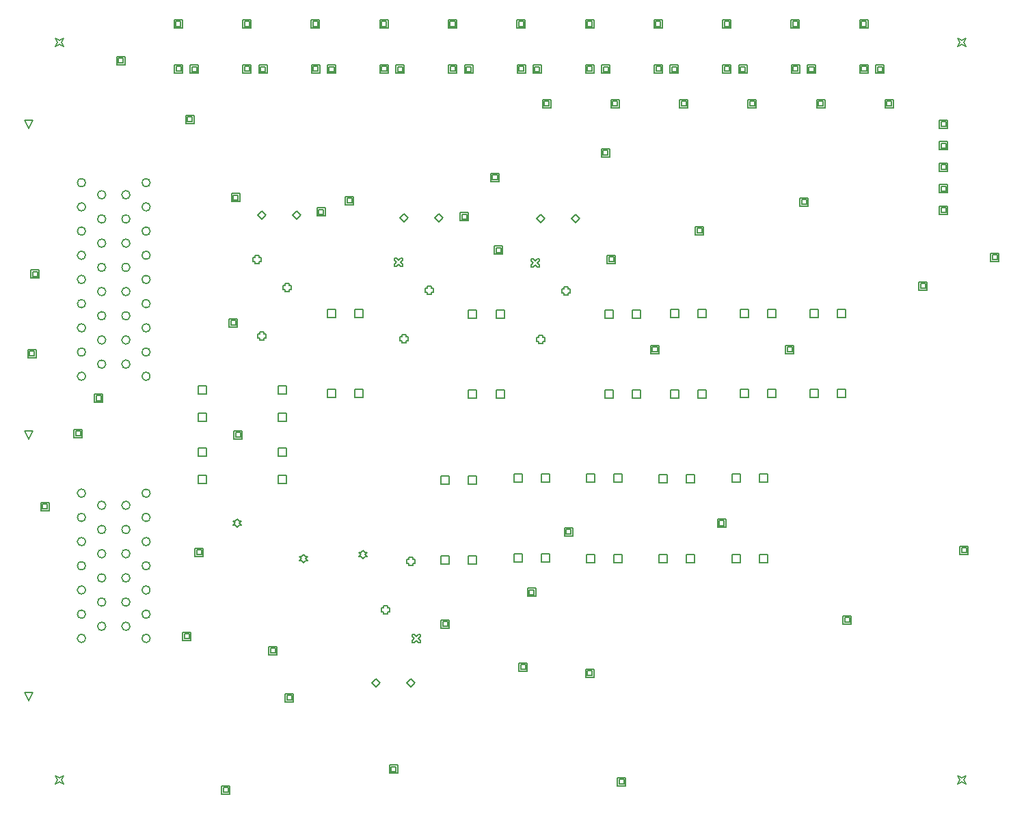
<source format=gbr>
%TF.GenerationSoftware,Altium Limited,Altium Designer,19.0.10 (269)*%
G04 Layer_Color=2752767*
%FSLAX26Y26*%
%MOIN*%
%TF.FileFunction,Drawing*%
%TF.Part,Single*%
G01*
G75*
%TA.AperFunction,NonConductor*%
%ADD75C,0.005000*%
%ADD76C,0.006667*%
D75*
X1365551Y1745000D02*
Y1785000D01*
X1405551D01*
Y1745000D01*
X1365551D01*
X975000D02*
Y1785000D01*
X1015000D01*
Y1745000D01*
X975000D01*
X1365551Y1878858D02*
Y1918858D01*
X1405551D01*
Y1878858D01*
X1365551D01*
X975000D02*
Y1918858D01*
X1015000D01*
Y1878858D01*
X975000D01*
Y2183780D02*
Y2223780D01*
X1015000D01*
Y2183780D01*
X975000D01*
X1365551D02*
Y2223780D01*
X1405551D01*
Y2183780D01*
X1365551D01*
X975000Y2049921D02*
Y2089921D01*
X1015000D01*
Y2049921D01*
X975000D01*
X1365551D02*
Y2089921D01*
X1405551D01*
Y2049921D01*
X1365551D01*
X1604843Y2166206D02*
Y2206206D01*
X1644843D01*
Y2166206D01*
X1604843D01*
Y2556757D02*
Y2596757D01*
X1644843D01*
Y2556757D01*
X1604843D01*
X1738701Y2166206D02*
Y2206206D01*
X1778701D01*
Y2166206D01*
X1738701D01*
Y2556757D02*
Y2596757D01*
X1778701D01*
Y2556757D01*
X1738701D01*
X2293490Y2161724D02*
Y2201724D01*
X2333490D01*
Y2161724D01*
X2293490D01*
Y2552276D02*
Y2592276D01*
X2333490D01*
Y2552276D01*
X2293490D01*
X2427348Y2161724D02*
Y2201724D01*
X2467348D01*
Y2161724D01*
X2427348D01*
Y2552276D02*
Y2592276D01*
X2467348D01*
Y2552276D01*
X2427348D01*
X2959165Y2163724D02*
Y2203724D01*
X2999165D01*
Y2163724D01*
X2959165D01*
Y2554276D02*
Y2594276D01*
X2999165D01*
Y2554276D01*
X2959165D01*
X3093023Y2163724D02*
Y2203724D01*
X3133023D01*
Y2163724D01*
X3093023D01*
Y2554276D02*
Y2594276D01*
X3133023D01*
Y2554276D01*
X3093023D01*
X3279361Y2164449D02*
Y2204449D01*
X3319361D01*
Y2164449D01*
X3279361D01*
Y2555000D02*
Y2595000D01*
X3319361D01*
Y2555000D01*
X3279361D01*
X3413220Y2164449D02*
Y2204449D01*
X3453220D01*
Y2164449D01*
X3413220D01*
Y2555000D02*
Y2595000D01*
X3453220D01*
Y2555000D01*
X3413220D01*
X3618246Y2164724D02*
Y2204724D01*
X3658246D01*
Y2164724D01*
X3618246D01*
Y2555276D02*
Y2595276D01*
X3658246D01*
Y2555276D01*
X3618246D01*
X3752104Y2164724D02*
Y2204724D01*
X3792104D01*
Y2164724D01*
X3752104D01*
Y2555276D02*
Y2595276D01*
X3792104D01*
Y2555276D01*
X3752104D01*
X3958379Y2164898D02*
Y2204898D01*
X3998379D01*
Y2164898D01*
X3958379D01*
Y2555450D02*
Y2595450D01*
X3998379D01*
Y2555450D01*
X3958379D01*
X4092237Y2164898D02*
Y2204898D01*
X4132237D01*
Y2164898D01*
X4092237D01*
Y2555450D02*
Y2595450D01*
X4132237D01*
Y2555450D01*
X4092237D01*
X3711237Y1751450D02*
Y1791450D01*
X3751237D01*
Y1751450D01*
X3711237D01*
Y1360898D02*
Y1400898D01*
X3751237D01*
Y1360898D01*
X3711237D01*
X3577378Y1751450D02*
Y1791450D01*
X3617378D01*
Y1751450D01*
X3577378D01*
Y1360898D02*
Y1400898D01*
X3617378D01*
Y1360898D01*
X3577378D01*
X3356886Y1751000D02*
Y1791000D01*
X3396886D01*
Y1751000D01*
X3356886D01*
Y1360449D02*
Y1400449D01*
X3396886D01*
Y1360449D01*
X3356886D01*
X3223028Y1751000D02*
Y1791000D01*
X3263028D01*
Y1751000D01*
X3223028D01*
Y1360449D02*
Y1400449D01*
X3263028D01*
Y1360449D01*
X3223028D01*
X3002570Y1751450D02*
Y1791450D01*
X3042570D01*
Y1751450D01*
X3002570D01*
Y1360898D02*
Y1400898D01*
X3042570D01*
Y1360898D01*
X3002570D01*
X2868712Y1751450D02*
Y1791450D01*
X2908712D01*
Y1751450D01*
X2868712D01*
Y1360898D02*
Y1400898D01*
X2908712D01*
Y1360898D01*
X2868712D01*
X2647701Y1751757D02*
Y1791757D01*
X2687701D01*
Y1751757D01*
X2647701D01*
Y1361206D02*
Y1401206D01*
X2687701D01*
Y1361206D01*
X2647701D01*
X2513843Y1751757D02*
Y1791757D01*
X2553843D01*
Y1751757D01*
X2513843D01*
Y1361206D02*
Y1401206D01*
X2553843D01*
Y1361206D01*
X2513843D01*
X2293314Y1743253D02*
Y1783253D01*
X2333314D01*
Y1743253D01*
X2293314D01*
Y1352702D02*
Y1392702D01*
X2333314D01*
Y1352702D01*
X2293314D01*
X2159456Y1743253D02*
Y1783253D01*
X2199456D01*
Y1743253D01*
X2159456D01*
Y1352702D02*
Y1392702D01*
X2199456D01*
Y1352702D01*
X2159456D01*
X150000Y684724D02*
X130000Y724724D01*
X170000D01*
X150000Y684724D01*
Y1964252D02*
X130000Y2004252D01*
X170000D01*
X150000Y1964252D01*
Y3480000D02*
X130000Y3520000D01*
X170000D01*
X150000Y3480000D01*
X1166000Y1532000D02*
X1176000Y1542000D01*
X1186000D01*
X1176000Y1552000D01*
X1186000Y1562000D01*
X1176000D01*
X1166000Y1572000D01*
X1156000Y1562000D01*
X1146000D01*
X1156000Y1552000D01*
X1146000Y1542000D01*
X1156000D01*
X1166000Y1532000D01*
X1777000Y1381000D02*
X1787000Y1391000D01*
X1797000D01*
X1787000Y1401000D01*
X1797000Y1411000D01*
X1787000D01*
X1777000Y1421000D01*
X1767000Y1411000D01*
X1757000D01*
X1767000Y1401000D01*
X1757000Y1391000D01*
X1767000D01*
X1777000Y1381000D01*
X1490000Y1360000D02*
X1500000Y1370000D01*
X1510000D01*
X1500000Y1380000D01*
X1510000Y1390000D01*
X1500000D01*
X1490000Y1400000D01*
X1480000Y1390000D01*
X1470000D01*
X1480000Y1380000D01*
X1470000Y1370000D01*
X1480000D01*
X1490000Y1360000D01*
X4680000Y280000D02*
X4690000Y300000D01*
X4680000Y320000D01*
X4700000Y310000D01*
X4720000Y320000D01*
X4710000Y300000D01*
X4720000Y280000D01*
X4700000Y290000D01*
X4680000Y280000D01*
Y3880000D02*
X4690000Y3900000D01*
X4680000Y3920000D01*
X4700000Y3910000D01*
X4720000Y3920000D01*
X4710000Y3900000D01*
X4720000Y3880000D01*
X4700000Y3890000D01*
X4680000Y3880000D01*
X280000D02*
X290000Y3900000D01*
X280000Y3920000D01*
X300000Y3910000D01*
X320000Y3920000D01*
X310000Y3900000D01*
X320000Y3880000D01*
X300000Y3890000D01*
X280000Y3880000D01*
Y280000D02*
X290000Y300000D01*
X280000Y320000D01*
X300000Y310000D01*
X320000Y320000D01*
X310000Y300000D01*
X320000Y280000D01*
X300000Y290000D01*
X280000Y280000D01*
X2634656Y2439512D02*
Y2429512D01*
X2654656D01*
Y2439512D01*
X2664656D01*
Y2459512D01*
X2654656D01*
Y2469512D01*
X2634656D01*
Y2459512D01*
X2624656D01*
Y2439512D01*
X2634656D01*
X2599065Y2803528D02*
X2609065D01*
X2619065Y2813528D01*
X2629065Y2803528D01*
X2639065D01*
Y2813528D01*
X2629065Y2823528D01*
X2639065Y2833528D01*
Y2843528D01*
X2629065D01*
X2619065Y2833528D01*
X2609065Y2843528D01*
X2599065D01*
Y2833528D01*
X2609065Y2823528D01*
X2599065Y2813528D01*
Y2803528D01*
X2758671Y2675732D02*
Y2665732D01*
X2778671D01*
Y2675732D01*
X2788671D01*
Y2695732D01*
X2778671D01*
Y2705732D01*
X2758671D01*
Y2695732D01*
X2748671D01*
Y2675732D01*
X2758671D01*
X2793947Y3040063D02*
X2813947Y3060063D01*
X2833947Y3040063D01*
X2813947Y3020063D01*
X2793947Y3040063D01*
X2624656D02*
X2644656Y3060063D01*
X2664656Y3040063D01*
X2644656Y3020063D01*
X2624656Y3040063D01*
X1969001Y2442449D02*
Y2432449D01*
X1989001D01*
Y2442449D01*
X1999001D01*
Y2462449D01*
X1989001D01*
Y2472449D01*
X1969001D01*
Y2462449D01*
X1959001D01*
Y2442449D01*
X1969001D01*
X1933410Y2806465D02*
X1943410D01*
X1953410Y2816465D01*
X1963410Y2806465D01*
X1973410D01*
Y2816465D01*
X1963410Y2826465D01*
X1973410Y2836465D01*
Y2846465D01*
X1963410D01*
X1953410Y2836465D01*
X1943410Y2846465D01*
X1933410D01*
Y2836465D01*
X1943410Y2826465D01*
X1933410Y2816465D01*
Y2806465D01*
X2093016Y2678670D02*
Y2668670D01*
X2113016D01*
Y2678670D01*
X2123016D01*
Y2698670D01*
X2113016D01*
Y2708670D01*
X2093016D01*
Y2698670D01*
X2083016D01*
Y2678670D01*
X2093016D01*
X2128292Y3043001D02*
X2148292Y3063001D01*
X2168292Y3043001D01*
X2148292Y3023001D01*
X2128292Y3043001D01*
X1959001D02*
X1979001Y3063001D01*
X1999001Y3043001D01*
X1979001Y3023001D01*
X1959001Y3043001D01*
X1276000Y2456449D02*
Y2446449D01*
X1296000D01*
Y2456449D01*
X1306000D01*
Y2476449D01*
X1296000D01*
Y2486449D01*
X1276000D01*
Y2476449D01*
X1266000D01*
Y2456449D01*
X1276000D01*
X1250410Y2830465D02*
Y2820465D01*
X1270410D01*
Y2830465D01*
X1280410D01*
Y2850465D01*
X1270410D01*
Y2860465D01*
X1250410D01*
Y2850465D01*
X1240410D01*
Y2830465D01*
X1250410D01*
X1400016Y2692669D02*
Y2682669D01*
X1420016D01*
Y2692669D01*
X1430016D01*
Y2712669D01*
X1420016D01*
Y2722669D01*
X1400016D01*
Y2712669D01*
X1390016D01*
Y2692669D01*
X1400016D01*
X1435292Y3057000D02*
X1455292Y3077000D01*
X1475292Y3057000D01*
X1455292Y3037000D01*
X1435292Y3057000D01*
X1266000D02*
X1286000Y3077000D01*
X1306000Y3057000D01*
X1286000Y3037000D01*
X1266000Y3057000D01*
X2001929Y1354551D02*
Y1344551D01*
X2021929D01*
Y1354551D01*
X2031929D01*
Y1374551D01*
X2021929D01*
Y1384551D01*
X2001929D01*
Y1374551D01*
X1991929D01*
Y1354551D01*
X2001929D01*
X2017520Y970535D02*
X2027520D01*
X2037520Y980535D01*
X2047520Y970535D01*
X2057520D01*
Y980535D01*
X2047520Y990535D01*
X2057520Y1000535D01*
Y1010535D01*
X2047520D01*
X2037520Y1000535D01*
X2027520Y1010535D01*
X2017520D01*
Y1000535D01*
X2027520Y990535D01*
X2017520Y980535D01*
Y970535D01*
X1877913Y1118331D02*
Y1108331D01*
X1897913D01*
Y1118331D01*
X1907913D01*
Y1138331D01*
X1897913D01*
Y1148331D01*
X1877913D01*
Y1138331D01*
X1867913D01*
Y1118331D01*
X1877913D01*
X1822638Y774000D02*
X1842638Y794000D01*
X1862638Y774000D01*
X1842638Y754000D01*
X1822638Y774000D01*
X1991929D02*
X2011929Y794000D01*
X2031929Y774000D01*
X2011929Y754000D01*
X1991929Y774000D01*
X1554330Y3051330D02*
Y3091330D01*
X1594330D01*
Y3051330D01*
X1554330D01*
X1562330Y3059330D02*
Y3083330D01*
X1586330D01*
Y3059330D01*
X1562330D01*
X2941000Y3341000D02*
Y3381000D01*
X2981000D01*
Y3341000D01*
X2941000D01*
X2949000Y3349000D02*
Y3373000D01*
X2973000D01*
Y3349000D01*
X2949000D01*
X2970000Y2820465D02*
Y2860465D01*
X3010000D01*
Y2820465D01*
X2970000D01*
X2978000Y2828465D02*
Y2852465D01*
X3002000D01*
Y2828465D01*
X2978000D01*
X1137000Y3122294D02*
Y3162294D01*
X1177000D01*
Y3122294D01*
X1137000D01*
X1145000Y3130294D02*
Y3154294D01*
X1169000D01*
Y3130294D01*
X1145000D01*
X1693000Y3107000D02*
Y3147000D01*
X1733000D01*
Y3107000D01*
X1693000D01*
X1701000Y3115000D02*
Y3139000D01*
X1725000D01*
Y3115000D01*
X1701000D01*
X2402000Y3221000D02*
Y3261000D01*
X2442000D01*
Y3221000D01*
X2402000D01*
X2410000Y3229000D02*
Y3253000D01*
X2434000D01*
Y3229000D01*
X2410000D01*
X914000Y3504000D02*
Y3544000D01*
X954000D01*
Y3504000D01*
X914000D01*
X922000Y3512000D02*
Y3536000D01*
X946000D01*
Y3512000D01*
X922000D01*
X3508000Y1533000D02*
Y1573000D01*
X3548000D01*
Y1533000D01*
X3508000D01*
X3516000Y1541000D02*
Y1565000D01*
X3540000D01*
Y1541000D01*
X3516000D01*
X2252371Y3028999D02*
Y3068999D01*
X2292371D01*
Y3028999D01*
X2252371D01*
X2260371Y3036999D02*
Y3060999D01*
X2284371D01*
Y3036999D01*
X2260371D01*
X144695Y2360000D02*
Y2400000D01*
X184695D01*
Y2360000D01*
X144695D01*
X152695Y2368000D02*
Y2392000D01*
X176695D01*
Y2368000D01*
X152695D01*
X160000Y2749010D02*
Y2789010D01*
X200000D01*
Y2749010D01*
X160000D01*
X168000Y2757010D02*
Y2781010D01*
X192000D01*
Y2757010D01*
X168000D01*
X4324456Y3580000D02*
Y3620000D01*
X4364456D01*
Y3580000D01*
X4324456D01*
X4332456Y3588000D02*
Y3612000D01*
X4356456D01*
Y3588000D01*
X4332456D01*
X3322396Y3580000D02*
Y3620000D01*
X3362396D01*
Y3580000D01*
X3322396D01*
X3330396Y3588000D02*
Y3612000D01*
X3354396D01*
Y3588000D01*
X3330396D01*
X577000Y3790000D02*
Y3830000D01*
X617000D01*
Y3790000D01*
X577000D01*
X585000Y3798000D02*
Y3822000D01*
X609000D01*
Y3798000D01*
X585000D01*
X4840000Y2830000D02*
Y2870000D01*
X4880000D01*
Y2830000D01*
X4840000D01*
X4848000Y2838000D02*
Y2862000D01*
X4872000D01*
Y2838000D01*
X4848000D01*
X207000Y1614278D02*
Y1654278D01*
X247000D01*
Y1614278D01*
X207000D01*
X215000Y1622278D02*
Y1646278D01*
X239000D01*
Y1622278D01*
X215000D01*
X470000Y2142952D02*
Y2182952D01*
X510000D01*
Y2142952D01*
X470000D01*
X478000Y2150952D02*
Y2174952D01*
X502000D01*
Y2150952D01*
X478000D01*
X370000Y1970000D02*
Y2010000D01*
X410000D01*
Y1970000D01*
X370000D01*
X378000Y1978000D02*
Y2002000D01*
X402000D01*
Y1978000D01*
X378000D01*
X3840000Y2380000D02*
Y2420000D01*
X3880000D01*
Y2380000D01*
X3840000D01*
X3848000Y2388000D02*
Y2412000D01*
X3872000D01*
Y2388000D01*
X3848000D01*
X3182201Y2380000D02*
Y2420000D01*
X3222201D01*
Y2380000D01*
X3182201D01*
X3190201Y2388000D02*
Y2412000D01*
X3214201D01*
Y2388000D01*
X3190201D01*
X2760726Y1490000D02*
Y1530000D01*
X2800726D01*
Y1490000D01*
X2760726D01*
X2768726Y1498000D02*
Y1522000D01*
X2792726D01*
Y1498000D01*
X2768726D01*
X4690000Y1400000D02*
Y1440000D01*
X4730000D01*
Y1400000D01*
X4690000D01*
X4698000Y1408000D02*
Y1432000D01*
X4722000D01*
Y1408000D01*
X4698000D01*
X4490000Y2690000D02*
Y2730000D01*
X4530000D01*
Y2690000D01*
X4490000D01*
X4498000Y2698000D02*
Y2722000D01*
X4522000D01*
Y2698000D01*
X4498000D01*
X3910000Y3100000D02*
Y3140000D01*
X3950000D01*
Y3100000D01*
X3910000D01*
X3918000Y3108000D02*
Y3132000D01*
X3942000D01*
Y3108000D01*
X3918000D01*
X3400000Y2960000D02*
Y3000000D01*
X3440000D01*
Y2960000D01*
X3400000D01*
X3408000Y2968000D02*
Y2992000D01*
X3432000D01*
Y2968000D01*
X3408000D01*
X2420000Y2864821D02*
Y2904821D01*
X2460000D01*
Y2864821D01*
X2420000D01*
X2428000Y2872821D02*
Y2896821D01*
X2452000D01*
Y2872821D01*
X2428000D01*
X1150000Y1964252D02*
Y2004252D01*
X1190000D01*
Y1964252D01*
X1150000D01*
X1158000Y1972252D02*
Y1996252D01*
X1182000D01*
Y1972252D01*
X1158000D01*
X1126000Y2510000D02*
Y2550000D01*
X1166000D01*
Y2510000D01*
X1126000D01*
X1134000Y2518000D02*
Y2542000D01*
X1158000D01*
Y2518000D01*
X1134000D01*
X960000Y1390000D02*
Y1430000D01*
X1000000D01*
Y1390000D01*
X960000D01*
X968000Y1398000D02*
Y1422000D01*
X992000D01*
Y1398000D01*
X968000D01*
X900000Y980000D02*
Y1020000D01*
X940000D01*
Y980000D01*
X900000D01*
X908000Y988000D02*
Y1012000D01*
X932000D01*
Y988000D01*
X908000D01*
X1320000Y910000D02*
Y950000D01*
X1360000D01*
Y910000D01*
X1320000D01*
X1328000Y918000D02*
Y942000D01*
X1352000D01*
Y918000D01*
X1328000D01*
X2160000Y1040000D02*
Y1080000D01*
X2200000D01*
Y1040000D01*
X2160000D01*
X2168000Y1048000D02*
Y1072000D01*
X2192000D01*
Y1048000D01*
X2168000D01*
X1400000Y680000D02*
Y720000D01*
X1440000D01*
Y680000D01*
X1400000D01*
X1408000Y688000D02*
Y712000D01*
X1432000D01*
Y688000D01*
X1408000D01*
X2581000Y1195000D02*
Y1235000D01*
X2621000D01*
Y1195000D01*
X2581000D01*
X2589000Y1203000D02*
Y1227000D01*
X2613000D01*
Y1203000D01*
X2589000D01*
X2540000Y830000D02*
Y870000D01*
X2580000D01*
Y830000D01*
X2540000D01*
X2548000Y838000D02*
Y862000D01*
X2572000D01*
Y838000D01*
X2548000D01*
X2863776Y800000D02*
Y840000D01*
X2903776D01*
Y800000D01*
X2863776D01*
X2871776Y808000D02*
Y832000D01*
X2895776D01*
Y808000D01*
X2871776D01*
X4120000Y1060000D02*
Y1100000D01*
X4160000D01*
Y1060000D01*
X4120000D01*
X4128000Y1068000D02*
Y1092000D01*
X4152000D01*
Y1068000D01*
X4128000D01*
X3020000Y270000D02*
Y310000D01*
X3060000D01*
Y270000D01*
X3020000D01*
X3028000Y278000D02*
Y302000D01*
X3052000D01*
Y278000D01*
X3028000D01*
X1908000Y332000D02*
Y372000D01*
X1948000D01*
Y332000D01*
X1908000D01*
X1916000Y340000D02*
Y364000D01*
X1940000D01*
Y340000D01*
X1916000D01*
X1090000Y230000D02*
Y270000D01*
X1130000D01*
Y230000D01*
X1090000D01*
X1098000Y238000D02*
Y262000D01*
X1122000D01*
Y238000D01*
X1098000D01*
X3945388Y3748482D02*
Y3788482D01*
X3985388D01*
Y3748482D01*
X3945388D01*
X3953388Y3756482D02*
Y3780482D01*
X3977388D01*
Y3756482D01*
X3953388D01*
X1939644Y3748482D02*
Y3788482D01*
X1979644D01*
Y3748482D01*
X1939644D01*
X1947644Y3756482D02*
Y3780482D01*
X1971644D01*
Y3756482D01*
X1947644D01*
X1605353Y3748482D02*
Y3788482D01*
X1645353D01*
Y3748482D01*
X1605353D01*
X1613353Y3756482D02*
Y3780482D01*
X1637353D01*
Y3756482D01*
X1613353D01*
X1861888Y3750726D02*
Y3790726D01*
X1901888D01*
Y3750726D01*
X1861888D01*
X1869888Y3758726D02*
Y3782726D01*
X1893888D01*
Y3758726D01*
X1869888D01*
X4590000Y3060000D02*
Y3100000D01*
X4630000D01*
Y3060000D01*
X4590000D01*
X4598000Y3068000D02*
Y3092000D01*
X4622000D01*
Y3068000D01*
X4598000D01*
X4590000Y3165000D02*
Y3205000D01*
X4630000D01*
Y3165000D01*
X4590000D01*
X4598000Y3173000D02*
Y3197000D01*
X4622000D01*
Y3173000D01*
X4598000D01*
X4590000Y3270000D02*
Y3310000D01*
X4630000D01*
Y3270000D01*
X4590000D01*
X4598000Y3278000D02*
Y3302000D01*
X4622000D01*
Y3278000D01*
X4598000D01*
X4590000Y3375000D02*
Y3415000D01*
X4630000D01*
Y3375000D01*
X4590000D01*
X4598000Y3383000D02*
Y3407000D01*
X4622000D01*
Y3383000D01*
X4598000D01*
X4590000Y3480000D02*
Y3520000D01*
X4630000D01*
Y3480000D01*
X4590000D01*
X4598000Y3488000D02*
Y3512000D01*
X4622000D01*
Y3488000D01*
X4598000D01*
X3990977Y3580000D02*
Y3620000D01*
X4030977D01*
Y3580000D01*
X3990977D01*
X3998977Y3588000D02*
Y3612000D01*
X4022977D01*
Y3588000D01*
X3998977D01*
X3656686Y3580000D02*
Y3620000D01*
X3696686D01*
Y3580000D01*
X3656686D01*
X3664686Y3588000D02*
Y3612000D01*
X3688686D01*
Y3588000D01*
X3664686D01*
X3276806Y3748482D02*
Y3788482D01*
X3316806D01*
Y3748482D01*
X3276806D01*
X3284806Y3756482D02*
Y3780482D01*
X3308806D01*
Y3756482D01*
X3284806D01*
X2988105Y3580000D02*
Y3620000D01*
X3028105D01*
Y3580000D01*
X2988105D01*
X2996105Y3588000D02*
Y3612000D01*
X3020105D01*
Y3588000D01*
X2996105D01*
X2653814Y3580000D02*
Y3620000D01*
X2693814D01*
Y3580000D01*
X2653814D01*
X2661814Y3588000D02*
Y3612000D01*
X2685814D01*
Y3588000D01*
X2661814D01*
X1271063Y3748482D02*
Y3788482D01*
X1311063D01*
Y3748482D01*
X1271063D01*
X1279063Y3756482D02*
Y3780482D01*
X1303063D01*
Y3756482D01*
X1279063D01*
X1192323Y3969740D02*
Y4009740D01*
X1232323D01*
Y3969740D01*
X1192323D01*
X1200323Y3977740D02*
Y4001740D01*
X1224323D01*
Y3977740D01*
X1200323D01*
X1193307Y3750726D02*
Y3790726D01*
X1233307D01*
Y3750726D01*
X1193307D01*
X1201307Y3758726D02*
Y3782726D01*
X1225307D01*
Y3758726D01*
X1201307D01*
X1526613Y3969740D02*
Y4009740D01*
X1566613D01*
Y3969740D01*
X1526613D01*
X1534613Y3977740D02*
Y4001740D01*
X1558613D01*
Y3977740D01*
X1534613D01*
X1527597Y3750726D02*
Y3790726D01*
X1567597D01*
Y3750726D01*
X1527597D01*
X1535597Y3758726D02*
Y3782726D01*
X1559597D01*
Y3758726D01*
X1535597D01*
X3611097Y3748482D02*
Y3788482D01*
X3651097D01*
Y3748482D01*
X3611097D01*
X3619097Y3756482D02*
Y3780482D01*
X3643097D01*
Y3756482D01*
X3619097D01*
X3532357Y3969740D02*
Y4009740D01*
X3572357D01*
Y3969740D01*
X3532357D01*
X3540357Y3977740D02*
Y4001740D01*
X3564357D01*
Y3977740D01*
X3540357D01*
X3533341Y3750726D02*
Y3790726D01*
X3573341D01*
Y3750726D01*
X3533341D01*
X3541341Y3758726D02*
Y3782726D01*
X3565341D01*
Y3758726D01*
X3541341D01*
X3866647Y3969740D02*
Y4009740D01*
X3906647D01*
Y3969740D01*
X3866647D01*
X3874647Y3977740D02*
Y4001740D01*
X3898647D01*
Y3977740D01*
X3874647D01*
X3867632Y3750726D02*
Y3790726D01*
X3907632D01*
Y3750726D01*
X3867632D01*
X3875632Y3758726D02*
Y3782726D01*
X3899632D01*
Y3758726D01*
X3875632D01*
X4279678Y3748482D02*
Y3788482D01*
X4319678D01*
Y3748482D01*
X4279678D01*
X4287678Y3756482D02*
Y3780482D01*
X4311678D01*
Y3756482D01*
X4287678D01*
X4200938Y3969740D02*
Y4009740D01*
X4240938D01*
Y3969740D01*
X4200938D01*
X4208938Y3977740D02*
Y4001740D01*
X4232938D01*
Y3977740D01*
X4208938D01*
X4201922Y3750726D02*
Y3790726D01*
X4241922D01*
Y3750726D01*
X4201922D01*
X4209922Y3758726D02*
Y3782726D01*
X4233922D01*
Y3758726D01*
X4209922D01*
X1860904Y3969740D02*
Y4009740D01*
X1900904D01*
Y3969740D01*
X1860904D01*
X1868904Y3977740D02*
Y4001740D01*
X1892904D01*
Y3977740D01*
X1868904D01*
X2273935Y3748482D02*
Y3788482D01*
X2313935D01*
Y3748482D01*
X2273935D01*
X2281935Y3756482D02*
Y3780482D01*
X2305935D01*
Y3756482D01*
X2281935D01*
X2195194Y3969740D02*
Y4009740D01*
X2235194D01*
Y3969740D01*
X2195194D01*
X2203194Y3977740D02*
Y4001740D01*
X2227194D01*
Y3977740D01*
X2203194D01*
X2196179Y3750726D02*
Y3790726D01*
X2236179D01*
Y3750726D01*
X2196179D01*
X2204179Y3758726D02*
Y3782726D01*
X2228179D01*
Y3758726D01*
X2204179D01*
X2608225Y3748482D02*
Y3788482D01*
X2648225D01*
Y3748482D01*
X2608225D01*
X2616225Y3756482D02*
Y3780482D01*
X2640225D01*
Y3756482D01*
X2616225D01*
X2529485Y3969740D02*
Y4009740D01*
X2569485D01*
Y3969740D01*
X2529485D01*
X2537485Y3977740D02*
Y4001740D01*
X2561485D01*
Y3977740D01*
X2537485D01*
X2530469Y3750726D02*
Y3790726D01*
X2570469D01*
Y3750726D01*
X2530469D01*
X2538469Y3758726D02*
Y3782726D01*
X2562469D01*
Y3758726D01*
X2538469D01*
X2942516Y3748482D02*
Y3788482D01*
X2982516D01*
Y3748482D01*
X2942516D01*
X2950516Y3756482D02*
Y3780482D01*
X2974516D01*
Y3756482D01*
X2950516D01*
X2863776Y3969740D02*
Y4009740D01*
X2903776D01*
Y3969740D01*
X2863776D01*
X2871776Y3977740D02*
Y4001740D01*
X2895776D01*
Y3977740D01*
X2871776D01*
X2864760Y3750726D02*
Y3790726D01*
X2904760D01*
Y3750726D01*
X2864760D01*
X2872760Y3758726D02*
Y3782726D01*
X2896760D01*
Y3758726D01*
X2872760D01*
X3198066Y3969740D02*
Y4009740D01*
X3238066D01*
Y3969740D01*
X3198066D01*
X3206066Y3977740D02*
Y4001740D01*
X3230066D01*
Y3977740D01*
X3206066D01*
X3199050Y3750726D02*
Y3790726D01*
X3239050D01*
Y3750726D01*
X3199050D01*
X3207050Y3758726D02*
Y3782726D01*
X3231050D01*
Y3758726D01*
X3207050D01*
X936772Y3748482D02*
Y3788482D01*
X976772D01*
Y3748482D01*
X936772D01*
X944772Y3756482D02*
Y3780482D01*
X968772D01*
Y3756482D01*
X944772D01*
X858032Y3969740D02*
Y4009740D01*
X898032D01*
Y3969740D01*
X858032D01*
X866032Y3977740D02*
Y4001740D01*
X890032D01*
Y3977740D01*
X866032D01*
X859016Y3750726D02*
Y3790726D01*
X899016D01*
Y3750726D01*
X859016D01*
X867016Y3758726D02*
Y3782726D01*
X891016D01*
Y3758726D01*
X867016D01*
D76*
X740866Y2269685D02*
G03*
X740866Y2269685I-20000J0D01*
G01*
Y2387795D02*
G03*
X740866Y2387795I-20000J0D01*
G01*
Y2505905D02*
G03*
X740866Y2505905I-20000J0D01*
G01*
Y2624016D02*
G03*
X740866Y2624016I-20000J0D01*
G01*
Y2742126D02*
G03*
X740866Y2742126I-20000J0D01*
G01*
Y2860236D02*
G03*
X740866Y2860236I-20000J0D01*
G01*
Y2978347D02*
G03*
X740866Y2978347I-20000J0D01*
G01*
Y3096457D02*
G03*
X740866Y3096457I-20000J0D01*
G01*
Y3214567D02*
G03*
X740866Y3214567I-20000J0D01*
G01*
X642441Y2328740D02*
G03*
X642441Y2328740I-20000J0D01*
G01*
Y2446850D02*
G03*
X642441Y2446850I-20000J0D01*
G01*
Y2564961D02*
G03*
X642441Y2564961I-20000J0D01*
G01*
Y2683071D02*
G03*
X642441Y2683071I-20000J0D01*
G01*
Y2801181D02*
G03*
X642441Y2801181I-20000J0D01*
G01*
Y2919291D02*
G03*
X642441Y2919291I-20000J0D01*
G01*
Y3037402D02*
G03*
X642441Y3037402I-20000J0D01*
G01*
Y3155512D02*
G03*
X642441Y3155512I-20000J0D01*
G01*
X524331Y2328740D02*
G03*
X524331Y2328740I-20000J0D01*
G01*
Y2446850D02*
G03*
X524331Y2446850I-20000J0D01*
G01*
Y2564961D02*
G03*
X524331Y2564961I-20000J0D01*
G01*
Y2683071D02*
G03*
X524331Y2683071I-20000J0D01*
G01*
Y2801181D02*
G03*
X524331Y2801181I-20000J0D01*
G01*
Y2919291D02*
G03*
X524331Y2919291I-20000J0D01*
G01*
Y3037402D02*
G03*
X524331Y3037402I-20000J0D01*
G01*
Y3155512D02*
G03*
X524331Y3155512I-20000J0D01*
G01*
X425906Y2269685D02*
G03*
X425906Y2269685I-20000J0D01*
G01*
Y2387795D02*
G03*
X425906Y2387795I-20000J0D01*
G01*
Y2505905D02*
G03*
X425906Y2505905I-20000J0D01*
G01*
Y2624016D02*
G03*
X425906Y2624016I-20000J0D01*
G01*
Y2742126D02*
G03*
X425906Y2742126I-20000J0D01*
G01*
Y2860236D02*
G03*
X425906Y2860236I-20000J0D01*
G01*
Y2978347D02*
G03*
X425906Y2978347I-20000J0D01*
G01*
Y3096457D02*
G03*
X425906Y3096457I-20000J0D01*
G01*
Y3214567D02*
G03*
X425906Y3214567I-20000J0D01*
G01*
Y1698819D02*
G03*
X425906Y1698819I-20000J0D01*
G01*
Y1580709D02*
G03*
X425906Y1580709I-20000J0D01*
G01*
Y1462599D02*
G03*
X425906Y1462599I-20000J0D01*
G01*
Y1344488D02*
G03*
X425906Y1344488I-20000J0D01*
G01*
Y1226378D02*
G03*
X425906Y1226378I-20000J0D01*
G01*
Y1108268D02*
G03*
X425906Y1108268I-20000J0D01*
G01*
Y990158D02*
G03*
X425906Y990158I-20000J0D01*
G01*
X524331Y1639764D02*
G03*
X524331Y1639764I-20000J0D01*
G01*
Y1521654D02*
G03*
X524331Y1521654I-20000J0D01*
G01*
Y1403543D02*
G03*
X524331Y1403543I-20000J0D01*
G01*
Y1285433D02*
G03*
X524331Y1285433I-20000J0D01*
G01*
Y1167323D02*
G03*
X524331Y1167323I-20000J0D01*
G01*
Y1049213D02*
G03*
X524331Y1049213I-20000J0D01*
G01*
X642441Y1639764D02*
G03*
X642441Y1639764I-20000J0D01*
G01*
Y1521654D02*
G03*
X642441Y1521654I-20000J0D01*
G01*
Y1403543D02*
G03*
X642441Y1403543I-20000J0D01*
G01*
Y1285433D02*
G03*
X642441Y1285433I-20000J0D01*
G01*
Y1167323D02*
G03*
X642441Y1167323I-20000J0D01*
G01*
Y1049213D02*
G03*
X642441Y1049213I-20000J0D01*
G01*
X740866Y1698819D02*
G03*
X740866Y1698819I-20000J0D01*
G01*
Y1580709D02*
G03*
X740866Y1580709I-20000J0D01*
G01*
Y1462599D02*
G03*
X740866Y1462599I-20000J0D01*
G01*
Y1344488D02*
G03*
X740866Y1344488I-20000J0D01*
G01*
Y1226378D02*
G03*
X740866Y1226378I-20000J0D01*
G01*
Y1108268D02*
G03*
X740866Y1108268I-20000J0D01*
G01*
Y990158D02*
G03*
X740866Y990158I-20000J0D01*
G01*
%TF.MD5,07b4ec9f43f262cbb05f83d4c91f9da6*%
M02*

</source>
